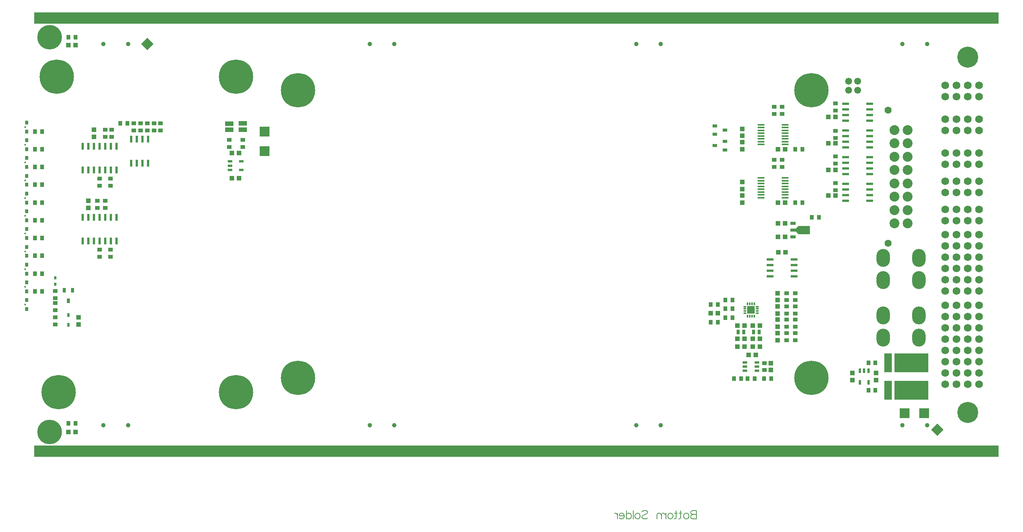
<source format=gbs>
G04*
G04 #@! TF.GenerationSoftware,Altium Limited,Altium Designer,25.4.2 (15)*
G04*
G04 Layer_Color=16711935*
%FSLAX44Y44*%
%MOMM*%
G71*
G04*
G04 #@! TF.SameCoordinates,6164A7E8-02EB-4E8E-94B8-B95099DD165E*
G04*
G04*
G04 #@! TF.FilePolarity,Negative*
G04*
G01*
G75*
%ADD13C,0.1778*%
%ADD14R,217.3700X2.5000*%
%ADD15R,217.3701X2.5000*%
%ADD16R,0.6800X1.0800*%
%ADD19C,5.5300*%
%ADD21C,1.7300*%
%ADD22C,0.6300*%
%ADD24C,1.5540*%
%ADD25O,3.0300X4.0300*%
%ADD27C,1.6000*%
%ADD28C,1.0000*%
%ADD87R,0.9800X1.0300*%
%ADD88R,0.9300X1.0300*%
%ADD89R,2.1800X2.2300*%
%ADD90R,1.8300X1.1300*%
%ADD91R,1.0300X0.9300*%
%ADD92R,7.6500X4.3000*%
%ADD93R,1.7100X4.3000*%
%ADD94R,2.2300X2.1800*%
%ADD95R,1.0800X0.6800*%
%ADD96R,1.5800X0.6300*%
%ADD97R,0.4300X0.4300*%
%ADD98R,0.7300X0.8300*%
%ADD99R,0.6700X1.0500*%
%ADD100R,0.6300X1.1300*%
%ADD101R,1.1300X0.6300*%
%ADD102R,2.5050X0.5550*%
%ADD103R,3.0300X0.8800*%
%ADD104R,1.2800X0.7300*%
%ADD105R,1.3800X0.7300*%
G04:AMPARAMS|DCode=106|XSize=0.63mm|YSize=0.27mm|CornerRadius=0.075mm|HoleSize=0mm|Usage=FLASHONLY|Rotation=0.000|XOffset=0mm|YOffset=0mm|HoleType=Round|Shape=RoundedRectangle|*
%AMROUNDEDRECTD106*
21,1,0.6300,0.1200,0,0,0.0*
21,1,0.4800,0.2700,0,0,0.0*
1,1,0.1500,0.2400,-0.0600*
1,1,0.1500,-0.2400,-0.0600*
1,1,0.1500,-0.2400,0.0600*
1,1,0.1500,0.2400,0.0600*
%
%ADD106ROUNDEDRECTD106*%
G04:AMPARAMS|DCode=107|XSize=0.63mm|YSize=0.27mm|CornerRadius=0.075mm|HoleSize=0mm|Usage=FLASHONLY|Rotation=270.000|XOffset=0mm|YOffset=0mm|HoleType=Round|Shape=RoundedRectangle|*
%AMROUNDEDRECTD107*
21,1,0.6300,0.1200,0,0,270.0*
21,1,0.4800,0.2700,0,0,270.0*
1,1,0.1500,-0.0600,-0.2400*
1,1,0.1500,-0.0600,0.2400*
1,1,0.1500,0.0600,0.2400*
1,1,0.1500,0.0600,-0.2400*
%
%ADD107ROUNDEDRECTD107*%
%ADD108R,1.7100X1.7100*%
%ADD109R,1.0800X0.6300*%
%ADD110R,1.5800X0.4300*%
%ADD111R,0.6300X1.5800*%
%ADD112P,2.8284X4X180.0*%
%ADD113R,0.4900X0.8700*%
%ADD114R,0.5300X0.7800*%
%ADD115R,1.0300X0.9800*%
%ADD116C,4.7300*%
%ADD117C,7.7300*%
%ADD118C,2.2300*%
G36*
X1687635Y464642D02*
X1687671Y464627D01*
X1687702Y464603D01*
X1687726Y464572D01*
X1687742Y464535D01*
X1687747Y464496D01*
Y445496D01*
X1687742Y445457D01*
X1687726Y445420D01*
X1687702Y445389D01*
X1687671Y445365D01*
X1687635Y445350D01*
X1687596Y445345D01*
X1687556Y445350D01*
X1687535Y445359D01*
X1687520Y445365D01*
X1687489Y445389D01*
X1682238Y450639D01*
X1682215Y450670D01*
X1682199Y450707D01*
X1682194Y450746D01*
Y459246D01*
X1682199Y459285D01*
X1682215Y459322D01*
X1682238Y459353D01*
X1687489Y464603D01*
X1687520Y464627D01*
X1687556Y464642D01*
X1687596Y464647D01*
X1687635Y464642D01*
D02*
G37*
D13*
X1457105Y-176564D02*
Y-195610D01*
Y-176564D02*
X1448943D01*
X1446222Y-177471D01*
X1445315Y-178378D01*
X1444408Y-180192D01*
Y-182006D01*
X1445315Y-183820D01*
X1446222Y-184727D01*
X1448943Y-185634D01*
X1457105D02*
X1448943D01*
X1446222Y-186541D01*
X1445315Y-187447D01*
X1444408Y-189261D01*
Y-191982D01*
X1445315Y-193796D01*
X1446222Y-194703D01*
X1448943Y-195610D01*
X1457105D01*
X1435611Y-182913D02*
X1437424Y-183820D01*
X1439238Y-185634D01*
X1440145Y-188354D01*
Y-190168D01*
X1439238Y-192889D01*
X1437424Y-194703D01*
X1435611Y-195610D01*
X1432890D01*
X1431076Y-194703D01*
X1429262Y-192889D01*
X1428355Y-190168D01*
Y-188354D01*
X1429262Y-185634D01*
X1431076Y-183820D01*
X1432890Y-182913D01*
X1435611D01*
X1421462Y-176564D02*
Y-191982D01*
X1420555Y-194703D01*
X1418741Y-195610D01*
X1416927D01*
X1424183Y-182913D02*
X1417834D01*
X1411486Y-176564D02*
Y-191982D01*
X1410579Y-194703D01*
X1408765Y-195610D01*
X1406951D01*
X1414207Y-182913D02*
X1407858D01*
X1399695D02*
X1401509Y-183820D01*
X1403323Y-185634D01*
X1404230Y-188354D01*
Y-190168D01*
X1403323Y-192889D01*
X1401509Y-194703D01*
X1399695Y-195610D01*
X1396974D01*
X1395161Y-194703D01*
X1393347Y-192889D01*
X1392440Y-190168D01*
Y-188354D01*
X1393347Y-185634D01*
X1395161Y-183820D01*
X1396974Y-182913D01*
X1399695D01*
X1388268D02*
Y-195610D01*
Y-186541D02*
X1385547Y-183820D01*
X1383733Y-182913D01*
X1381012D01*
X1379198Y-183820D01*
X1378291Y-186541D01*
Y-195610D01*
Y-186541D02*
X1375571Y-183820D01*
X1373757Y-182913D01*
X1371036D01*
X1369222Y-183820D01*
X1368315Y-186541D01*
Y-195610D01*
X1334667Y-179285D02*
X1336481Y-177471D01*
X1339202Y-176564D01*
X1342830D01*
X1345551Y-177471D01*
X1347365Y-179285D01*
Y-181099D01*
X1346458Y-182913D01*
X1345551Y-183820D01*
X1343737Y-184727D01*
X1338295Y-186541D01*
X1336481Y-187447D01*
X1335574Y-188354D01*
X1334667Y-190168D01*
Y-192889D01*
X1336481Y-194703D01*
X1339202Y-195610D01*
X1342830D01*
X1345551Y-194703D01*
X1347365Y-192889D01*
X1325870Y-182913D02*
X1327684Y-183820D01*
X1329498Y-185634D01*
X1330405Y-188354D01*
Y-190168D01*
X1329498Y-192889D01*
X1327684Y-194703D01*
X1325870Y-195610D01*
X1323149D01*
X1321335Y-194703D01*
X1319521Y-192889D01*
X1318614Y-190168D01*
Y-188354D01*
X1319521Y-185634D01*
X1321335Y-183820D01*
X1323149Y-182913D01*
X1325870D01*
X1314442Y-176564D02*
Y-195610D01*
X1299568Y-176564D02*
Y-195610D01*
Y-185634D02*
X1301382Y-183820D01*
X1303196Y-182913D01*
X1305917D01*
X1307731Y-183820D01*
X1309545Y-185634D01*
X1310452Y-188354D01*
Y-190168D01*
X1309545Y-192889D01*
X1307731Y-194703D01*
X1305917Y-195610D01*
X1303196D01*
X1301382Y-194703D01*
X1299568Y-192889D01*
X1294489Y-188354D02*
X1283606D01*
Y-186541D01*
X1284513Y-184727D01*
X1285420Y-183820D01*
X1287234Y-182913D01*
X1289955D01*
X1291768Y-183820D01*
X1293582Y-185634D01*
X1294489Y-188354D01*
Y-190168D01*
X1293582Y-192889D01*
X1291768Y-194703D01*
X1289955Y-195610D01*
X1287234D01*
X1285420Y-194703D01*
X1283606Y-192889D01*
X1279525Y-182913D02*
Y-195610D01*
Y-188354D02*
X1278618Y-185634D01*
X1276804Y-183820D01*
X1274990Y-182913D01*
X1272269D01*
D14*
X1051150Y932000D02*
D03*
D15*
X1051150Y-43000D02*
D03*
D16*
X33000Y319000D02*
D03*
X52000D02*
D03*
X42500Y296000D02*
D03*
D19*
X0Y0D02*
D03*
Y889000D02*
D03*
D21*
X2017200Y781100D02*
D03*
X2042600D02*
D03*
X2068000D02*
D03*
X2093400D02*
D03*
Y755700D02*
D03*
X2068000D02*
D03*
X2042600D02*
D03*
X2017200D02*
D03*
X2093400Y704900D02*
D03*
X2068000D02*
D03*
X2042600D02*
D03*
X2017200D02*
D03*
Y679500D02*
D03*
X2042600D02*
D03*
X2068000D02*
D03*
X2093400D02*
D03*
Y628700D02*
D03*
X2068000D02*
D03*
X2042600D02*
D03*
X2017200D02*
D03*
Y603300D02*
D03*
X2042600D02*
D03*
X2068000D02*
D03*
X2093400D02*
D03*
Y565200D02*
D03*
X2068000D02*
D03*
X2042600D02*
D03*
X2017200D02*
D03*
Y539800D02*
D03*
X2042600D02*
D03*
X2068000D02*
D03*
X2093400D02*
D03*
Y501700D02*
D03*
X2068000D02*
D03*
X2042600D02*
D03*
X2017200D02*
D03*
Y476300D02*
D03*
X2042600D02*
D03*
X2068000D02*
D03*
X2093400D02*
D03*
X2017200Y444500D02*
D03*
X2042600D02*
D03*
X2068000D02*
D03*
X2093400D02*
D03*
X2017200Y419100D02*
D03*
X2042600D02*
D03*
X2068000D02*
D03*
X2093400D02*
D03*
X2017200Y393700D02*
D03*
X2042600D02*
D03*
X2068000D02*
D03*
X2093400D02*
D03*
X2017200Y368300D02*
D03*
X2042600D02*
D03*
X2068000D02*
D03*
X2093400D02*
D03*
X2017200Y342900D02*
D03*
X2042600D02*
D03*
X2068000D02*
D03*
X2093400D02*
D03*
X2017200Y317500D02*
D03*
X2042600D02*
D03*
X2068000D02*
D03*
X2093400D02*
D03*
X2068000Y285700D02*
D03*
X2042600D02*
D03*
X2017200D02*
D03*
Y260300D02*
D03*
X2042600D02*
D03*
X2068000D02*
D03*
X2093400D02*
D03*
Y285700D02*
D03*
Y234900D02*
D03*
X2068000D02*
D03*
X2042600D02*
D03*
X2017200D02*
D03*
Y209500D02*
D03*
X2042600D02*
D03*
X2068000D02*
D03*
X2093400D02*
D03*
Y184100D02*
D03*
X2068000D02*
D03*
X2042600D02*
D03*
X2017200D02*
D03*
Y158700D02*
D03*
X2042600D02*
D03*
X2068000D02*
D03*
X2093400D02*
D03*
Y133300D02*
D03*
X2068000D02*
D03*
X2042600D02*
D03*
X2017200D02*
D03*
Y107900D02*
D03*
X2042600D02*
D03*
X2068000D02*
D03*
X2093400D02*
D03*
D22*
X530000Y770000D02*
D03*
X538787Y748787D02*
D03*
X560000Y740000D02*
D03*
X581213Y748787D02*
D03*
X590000Y770000D02*
D03*
X581213Y791213D02*
D03*
X560000Y800000D02*
D03*
X538787Y791213D02*
D03*
X16000Y830000D02*
D03*
X-5213Y821213D02*
D03*
X-14000Y800000D02*
D03*
X-5213Y778787D02*
D03*
X16000Y770000D02*
D03*
X37213Y778787D02*
D03*
X46000Y800000D02*
D03*
X37213Y821213D02*
D03*
X20000Y120000D02*
D03*
X-1213Y111213D02*
D03*
X-10000Y90000D02*
D03*
X-1213Y68787D02*
D03*
X20000Y60000D02*
D03*
X41213Y68787D02*
D03*
X50000Y90000D02*
D03*
X41213Y111213D02*
D03*
X441213D02*
D03*
X450000Y90000D02*
D03*
X441213Y68787D02*
D03*
X420000Y60000D02*
D03*
X398787Y68787D02*
D03*
X390000Y90000D02*
D03*
X398787Y111213D02*
D03*
X420000Y120000D02*
D03*
X560000Y92000D02*
D03*
X581213Y100787D02*
D03*
X590000Y122000D02*
D03*
X581213Y143213D02*
D03*
X560000Y152000D02*
D03*
X538787Y143213D02*
D03*
X530000Y122000D02*
D03*
X538787Y100787D02*
D03*
X1694787D02*
D03*
X1686000Y122000D02*
D03*
X1694787Y143213D02*
D03*
X1716000Y152000D02*
D03*
X1737213Y143213D02*
D03*
X1746000Y122000D02*
D03*
X1737213Y100787D02*
D03*
X1716000Y92000D02*
D03*
X1694787Y748787D02*
D03*
X1686000Y770000D02*
D03*
X1694787Y791213D02*
D03*
X1716000Y800000D02*
D03*
X1737213Y791213D02*
D03*
X1746000Y770000D02*
D03*
X1737213Y748787D02*
D03*
X1716000Y740000D02*
D03*
X441213Y821213D02*
D03*
X450000Y800000D02*
D03*
X441213Y778787D02*
D03*
X420000Y770000D02*
D03*
X398787Y778787D02*
D03*
X390000Y800000D02*
D03*
X398787Y821213D02*
D03*
X420000Y830000D02*
D03*
X1580000Y275000D02*
D03*
X1575000Y270000D02*
D03*
X1585000D02*
D03*
Y280000D02*
D03*
X1575000D02*
D03*
D24*
X1820000Y790000D02*
D03*
X1800000D02*
D03*
X1820000Y770000D02*
D03*
X1800000D02*
D03*
D25*
X1958000Y342000D02*
D03*
Y392000D02*
D03*
X1878000D02*
D03*
Y342000D02*
D03*
Y263000D02*
D03*
Y213000D02*
D03*
X1958000D02*
D03*
Y263000D02*
D03*
D27*
X1888500Y425000D02*
D03*
Y725000D02*
D03*
D28*
X1376700Y15150D02*
D03*
X1321300D02*
D03*
X721300Y873850D02*
D03*
X776700D02*
D03*
X176700D02*
D03*
X121300D02*
D03*
Y15150D02*
D03*
X176700D02*
D03*
X776700D02*
D03*
X721300D02*
D03*
X1321300Y873850D02*
D03*
X1376700D02*
D03*
X1976700Y15150D02*
D03*
X1921300D02*
D03*
Y873850D02*
D03*
X1976700D02*
D03*
D87*
X42000Y871000D02*
D03*
X58000D02*
D03*
X42000Y0D02*
D03*
X58000D02*
D03*
X1584500Y240000D02*
D03*
X1600500D02*
D03*
X427000Y572000D02*
D03*
X411000D02*
D03*
Y628500D02*
D03*
X427000D02*
D03*
X1574500Y173750D02*
D03*
X1590500D02*
D03*
X1505500Y267500D02*
D03*
X1489500D02*
D03*
X1600500Y192500D02*
D03*
X1584500D02*
D03*
Y210000D02*
D03*
X1600500D02*
D03*
X1549500D02*
D03*
X1565500D02*
D03*
X1641000Y516551D02*
D03*
X1657000D02*
D03*
X1641000Y636551D02*
D03*
X1657000D02*
D03*
X1656996Y439992D02*
D03*
X1640995D02*
D03*
Y469996D02*
D03*
X1656996D02*
D03*
X1565500Y192500D02*
D03*
X1549500D02*
D03*
X1642000Y405000D02*
D03*
X1658000D02*
D03*
X1754500Y532500D02*
D03*
X1770500D02*
D03*
X1754500Y650000D02*
D03*
X1770500D02*
D03*
X1754500Y590500D02*
D03*
X1770500D02*
D03*
X1754500Y710000D02*
D03*
X1770500D02*
D03*
X1565500Y240000D02*
D03*
X1549500D02*
D03*
D88*
X42000Y889000D02*
D03*
X58000D02*
D03*
X42000Y20000D02*
D03*
X58000D02*
D03*
X1522000Y257500D02*
D03*
X1538000D02*
D03*
X1522000Y297500D02*
D03*
X1538000D02*
D03*
X1522000Y277500D02*
D03*
X1538000D02*
D03*
X1860500Y94250D02*
D03*
X1844500D02*
D03*
X1860500Y155750D02*
D03*
X1844500D02*
D03*
X1489500Y287500D02*
D03*
X1505500D02*
D03*
X1588000Y120000D02*
D03*
X1572000D02*
D03*
X1558000D02*
D03*
X1542000D02*
D03*
X1717186Y483456D02*
D03*
X1733186D02*
D03*
X1489500Y247750D02*
D03*
X1505500D02*
D03*
X-33050Y557000D02*
D03*
X-17050D02*
D03*
X-33050Y597000D02*
D03*
X-17050D02*
D03*
X-33050Y317000D02*
D03*
X-17050D02*
D03*
X1695867Y636750D02*
D03*
X1679867D02*
D03*
X1695867Y516551D02*
D03*
X1679867D02*
D03*
X-33050Y397000D02*
D03*
X-17050D02*
D03*
X-33050Y437000D02*
D03*
X-17050D02*
D03*
X-33050Y477000D02*
D03*
X-17050D02*
D03*
X-33050Y517000D02*
D03*
X-17050D02*
D03*
X1609500Y120000D02*
D03*
X1625500D02*
D03*
X-33050Y637000D02*
D03*
X-17050D02*
D03*
X159500Y695000D02*
D03*
X175500D02*
D03*
X-33000Y677000D02*
D03*
X-17000D02*
D03*
X-33050Y357000D02*
D03*
X-17050D02*
D03*
D89*
X484000Y633000D02*
D03*
Y677000D02*
D03*
D90*
X435000Y681000D02*
D03*
X405000D02*
D03*
Y694500D02*
D03*
X435000Y695000D02*
D03*
D91*
X405000Y642000D02*
D03*
Y658000D02*
D03*
X435000Y642000D02*
D03*
Y658000D02*
D03*
X1660000Y313000D02*
D03*
Y297000D02*
D03*
Y283000D02*
D03*
Y267000D02*
D03*
Y253000D02*
D03*
Y237000D02*
D03*
Y223000D02*
D03*
Y207000D02*
D03*
X1680000Y313000D02*
D03*
Y297000D02*
D03*
Y283000D02*
D03*
Y267000D02*
D03*
Y253000D02*
D03*
Y237000D02*
D03*
Y223000D02*
D03*
Y207000D02*
D03*
X137500Y554500D02*
D03*
Y570500D02*
D03*
X112500Y554500D02*
D03*
Y570500D02*
D03*
X1770000Y544500D02*
D03*
Y560500D02*
D03*
X1770000Y662000D02*
D03*
Y678000D02*
D03*
X1770000Y604500D02*
D03*
Y620500D02*
D03*
X1770000Y724000D02*
D03*
Y740000D02*
D03*
X1632500Y613000D02*
D03*
Y597000D02*
D03*
Y732573D02*
D03*
Y716573D02*
D03*
X1650273Y613239D02*
D03*
Y597239D02*
D03*
Y732311D02*
D03*
Y716311D02*
D03*
X137500Y394500D02*
D03*
Y410500D02*
D03*
X112500Y394500D02*
D03*
Y410500D02*
D03*
X107500Y520500D02*
D03*
Y504500D02*
D03*
X125000D02*
D03*
Y520500D02*
D03*
X1610000Y139500D02*
D03*
Y155500D02*
D03*
X125000Y680500D02*
D03*
Y664500D02*
D03*
X140000D02*
D03*
Y680500D02*
D03*
X190000Y695500D02*
D03*
Y679500D02*
D03*
X205000D02*
D03*
Y695500D02*
D03*
X220000D02*
D03*
Y679500D02*
D03*
X235000Y695500D02*
D03*
Y679500D02*
D03*
X250000Y695500D02*
D03*
Y679500D02*
D03*
X12500Y290500D02*
D03*
Y274500D02*
D03*
Y302000D02*
D03*
Y318000D02*
D03*
Y258000D02*
D03*
Y242000D02*
D03*
D92*
X1941450Y94250D02*
D03*
Y155750D02*
D03*
D93*
X1888850D02*
D03*
Y94250D02*
D03*
D94*
X1926250Y42500D02*
D03*
X1970250D02*
D03*
D95*
X1498500Y670500D02*
D03*
Y689500D02*
D03*
X1521500Y680000D02*
D03*
Y654500D02*
D03*
Y635500D02*
D03*
X1498500Y645000D02*
D03*
D96*
X1847000Y559050D02*
D03*
Y546350D02*
D03*
Y533650D02*
D03*
Y520950D02*
D03*
X1793000Y559050D02*
D03*
Y546350D02*
D03*
Y533650D02*
D03*
Y520950D02*
D03*
X1847000Y679050D02*
D03*
Y666350D02*
D03*
Y653650D02*
D03*
Y640950D02*
D03*
X1793000Y679050D02*
D03*
Y666350D02*
D03*
Y653650D02*
D03*
Y640950D02*
D03*
X1847000Y619050D02*
D03*
Y606350D02*
D03*
Y593650D02*
D03*
Y580950D02*
D03*
X1793000Y619050D02*
D03*
Y606350D02*
D03*
Y593650D02*
D03*
Y580950D02*
D03*
X1847000Y739050D02*
D03*
Y726350D02*
D03*
Y713650D02*
D03*
Y700950D02*
D03*
X1793000Y739050D02*
D03*
Y726350D02*
D03*
Y713650D02*
D03*
Y700950D02*
D03*
X1623000Y350950D02*
D03*
Y363650D02*
D03*
Y376350D02*
D03*
Y389050D02*
D03*
X1677000Y350950D02*
D03*
Y363650D02*
D03*
Y376350D02*
D03*
Y389050D02*
D03*
D97*
X-54750Y407000D02*
D03*
Y447000D02*
D03*
Y327000D02*
D03*
Y487000D02*
D03*
Y527000D02*
D03*
Y567000D02*
D03*
Y607000D02*
D03*
Y647000D02*
D03*
Y687000D02*
D03*
X-54750Y287000D02*
D03*
X-54750Y367000D02*
D03*
D98*
X-51250Y417000D02*
D03*
Y397000D02*
D03*
Y457000D02*
D03*
Y437000D02*
D03*
Y337000D02*
D03*
Y317000D02*
D03*
Y497000D02*
D03*
Y477000D02*
D03*
Y537000D02*
D03*
Y517000D02*
D03*
Y577000D02*
D03*
Y557000D02*
D03*
Y617000D02*
D03*
Y597000D02*
D03*
Y657000D02*
D03*
Y637000D02*
D03*
Y697000D02*
D03*
Y677000D02*
D03*
X-51250Y277000D02*
D03*
Y297000D02*
D03*
X-51250Y377000D02*
D03*
Y357000D02*
D03*
D99*
X1563900Y225000D02*
D03*
X1551100D02*
D03*
X1598900D02*
D03*
X1586100D02*
D03*
D100*
X1825500Y138000D02*
D03*
X1835000D02*
D03*
X1844500D02*
D03*
Y112000D02*
D03*
X1825500D02*
D03*
D101*
X406000Y590500D02*
D03*
Y600000D02*
D03*
Y609500D02*
D03*
X432000D02*
D03*
Y590500D02*
D03*
D102*
X1699921Y461871D02*
D03*
Y448121D02*
D03*
D103*
X1697296Y454996D02*
D03*
D104*
X1675096Y469996D02*
D03*
Y439996D02*
D03*
D105*
X1675596Y454996D02*
D03*
D106*
X1566000Y267500D02*
D03*
Y272500D02*
D03*
Y277500D02*
D03*
Y282500D02*
D03*
X1594000Y267500D02*
D03*
Y282500D02*
D03*
Y277500D02*
D03*
Y272500D02*
D03*
D107*
X1572500Y289000D02*
D03*
X1577500D02*
D03*
X1582500D02*
D03*
X1587500D02*
D03*
Y261000D02*
D03*
X1582500D02*
D03*
X1577500D02*
D03*
X1572500D02*
D03*
D108*
X1580000Y275000D02*
D03*
D109*
X1566500Y157000D02*
D03*
Y147500D02*
D03*
Y138000D02*
D03*
X1593500D02*
D03*
Y147500D02*
D03*
Y157000D02*
D03*
D110*
X1657000Y572225D02*
D03*
Y565875D02*
D03*
Y559525D02*
D03*
Y553175D02*
D03*
Y546825D02*
D03*
Y540475D02*
D03*
Y534125D02*
D03*
Y527775D02*
D03*
X1603000D02*
D03*
Y534125D02*
D03*
Y540475D02*
D03*
Y546825D02*
D03*
Y553175D02*
D03*
Y559525D02*
D03*
Y565875D02*
D03*
Y572225D02*
D03*
X1657000Y692225D02*
D03*
Y685875D02*
D03*
Y679525D02*
D03*
Y673175D02*
D03*
Y666825D02*
D03*
Y660475D02*
D03*
Y654125D02*
D03*
Y647775D02*
D03*
X1603000D02*
D03*
Y654125D02*
D03*
Y660475D02*
D03*
Y666825D02*
D03*
Y673175D02*
D03*
Y679525D02*
D03*
Y685875D02*
D03*
Y692225D02*
D03*
D111*
X150450Y430000D02*
D03*
X137750D02*
D03*
X125050D02*
D03*
X112350D02*
D03*
X99650D02*
D03*
X86950D02*
D03*
X74250D02*
D03*
X150450Y484000D02*
D03*
X137750D02*
D03*
X125050D02*
D03*
X112350D02*
D03*
X99650D02*
D03*
X86950D02*
D03*
X74250D02*
D03*
X183450Y659500D02*
D03*
X196150D02*
D03*
X208850D02*
D03*
X221550D02*
D03*
X183450Y605500D02*
D03*
X196150D02*
D03*
X208850D02*
D03*
X221550D02*
D03*
X150450Y590000D02*
D03*
X137750D02*
D03*
X125050D02*
D03*
X112350D02*
D03*
X99650D02*
D03*
X86950D02*
D03*
X74250D02*
D03*
X150450Y644000D02*
D03*
X137750D02*
D03*
X125050D02*
D03*
X112350D02*
D03*
X99650D02*
D03*
X86950D02*
D03*
X74250D02*
D03*
D112*
X2000000Y5000D02*
D03*
X220000Y874000D02*
D03*
D113*
X42500Y241100D02*
D03*
Y263900D02*
D03*
D114*
X12500Y347000D02*
D03*
Y333000D02*
D03*
D115*
X1808750Y117000D02*
D03*
Y133000D02*
D03*
X1861750D02*
D03*
Y117000D02*
D03*
X1640000Y313000D02*
D03*
Y297000D02*
D03*
Y282750D02*
D03*
Y266750D02*
D03*
Y253000D02*
D03*
Y237000D02*
D03*
Y223000D02*
D03*
Y207000D02*
D03*
X65000Y258000D02*
D03*
Y242000D02*
D03*
X1625000Y155500D02*
D03*
Y139500D02*
D03*
X1560000Y563000D02*
D03*
Y547000D02*
D03*
Y683000D02*
D03*
Y667000D02*
D03*
Y517000D02*
D03*
Y533000D02*
D03*
Y637000D02*
D03*
Y653000D02*
D03*
X87500Y504500D02*
D03*
Y520500D02*
D03*
X100000Y664500D02*
D03*
Y680500D02*
D03*
D116*
X2068000Y844550D02*
D03*
Y44450D02*
D03*
D117*
X560000Y770000D02*
D03*
X16000Y800000D02*
D03*
X20000Y90000D02*
D03*
X420000D02*
D03*
X560000Y122000D02*
D03*
X1716000D02*
D03*
Y770000D02*
D03*
X420000Y800000D02*
D03*
D118*
X1903000Y470000D02*
D03*
Y500000D02*
D03*
Y530000D02*
D03*
Y560000D02*
D03*
Y590000D02*
D03*
Y620000D02*
D03*
Y650000D02*
D03*
Y680000D02*
D03*
X1933000Y470000D02*
D03*
Y500000D02*
D03*
Y530000D02*
D03*
Y560000D02*
D03*
Y590000D02*
D03*
Y620000D02*
D03*
Y650000D02*
D03*
Y680000D02*
D03*
M02*

</source>
